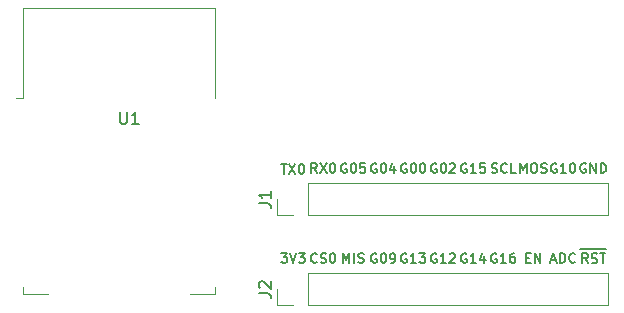
<source format=gbr>
G04 #@! TF.GenerationSoftware,KiCad,Pcbnew,5.0.2+dfsg1-1*
G04 #@! TF.CreationDate,2021-01-06T22:48:14+01:00*
G04 #@! TF.ProjectId,esp_12e_proto_board,6573705f-3132-4655-9f70-726f746f5f62,B*
G04 #@! TF.SameCoordinates,Original*
G04 #@! TF.FileFunction,Legend,Top*
G04 #@! TF.FilePolarity,Positive*
%FSLAX46Y46*%
G04 Gerber Fmt 4.6, Leading zero omitted, Abs format (unit mm)*
G04 Created by KiCad (PCBNEW 5.0.2+dfsg1-1) date Wed 06 Jan 2021 10:48:14 PM CET*
%MOMM*%
%LPD*%
G01*
G04 APERTURE LIST*
%ADD10C,0.160000*%
%ADD11C,0.120000*%
%ADD12C,0.150000*%
G04 APERTURE END LIST*
D10*
X170865238Y-97325400D02*
X170787142Y-97286352D01*
X170670000Y-97286352D01*
X170552857Y-97325400D01*
X170474761Y-97403495D01*
X170435714Y-97481590D01*
X170396666Y-97637780D01*
X170396666Y-97754923D01*
X170435714Y-97911114D01*
X170474761Y-97989209D01*
X170552857Y-98067304D01*
X170670000Y-98106352D01*
X170748095Y-98106352D01*
X170865238Y-98067304D01*
X170904285Y-98028257D01*
X170904285Y-97754923D01*
X170748095Y-97754923D01*
X171255714Y-98106352D02*
X171255714Y-97286352D01*
X171724285Y-98106352D01*
X171724285Y-97286352D01*
X172114761Y-98106352D02*
X172114761Y-97286352D01*
X172310000Y-97286352D01*
X172427142Y-97325400D01*
X172505238Y-97403495D01*
X172544285Y-97481590D01*
X172583333Y-97637780D01*
X172583333Y-97754923D01*
X172544285Y-97911114D01*
X172505238Y-97989209D01*
X172427142Y-98067304D01*
X172310000Y-98106352D01*
X172114761Y-98106352D01*
X168383809Y-97325400D02*
X168305714Y-97286352D01*
X168188571Y-97286352D01*
X168071428Y-97325400D01*
X167993333Y-97403495D01*
X167954285Y-97481590D01*
X167915238Y-97637780D01*
X167915238Y-97754923D01*
X167954285Y-97911114D01*
X167993333Y-97989209D01*
X168071428Y-98067304D01*
X168188571Y-98106352D01*
X168266666Y-98106352D01*
X168383809Y-98067304D01*
X168422857Y-98028257D01*
X168422857Y-97754923D01*
X168266666Y-97754923D01*
X169203809Y-98106352D02*
X168735238Y-98106352D01*
X168969523Y-98106352D02*
X168969523Y-97286352D01*
X168891428Y-97403495D01*
X168813333Y-97481590D01*
X168735238Y-97520638D01*
X169711428Y-97286352D02*
X169789523Y-97286352D01*
X169867619Y-97325400D01*
X169906666Y-97364447D01*
X169945714Y-97442542D01*
X169984761Y-97598733D01*
X169984761Y-97793971D01*
X169945714Y-97950161D01*
X169906666Y-98028257D01*
X169867619Y-98067304D01*
X169789523Y-98106352D01*
X169711428Y-98106352D01*
X169633333Y-98067304D01*
X169594285Y-98028257D01*
X169555238Y-97950161D01*
X169516190Y-97793971D01*
X169516190Y-97598733D01*
X169555238Y-97442542D01*
X169594285Y-97364447D01*
X169633333Y-97325400D01*
X169711428Y-97286352D01*
X165316666Y-98106352D02*
X165316666Y-97286352D01*
X165590000Y-97872066D01*
X165863333Y-97286352D01*
X165863333Y-98106352D01*
X166410000Y-97286352D02*
X166566190Y-97286352D01*
X166644285Y-97325400D01*
X166722380Y-97403495D01*
X166761428Y-97559685D01*
X166761428Y-97833019D01*
X166722380Y-97989209D01*
X166644285Y-98067304D01*
X166566190Y-98106352D01*
X166410000Y-98106352D01*
X166331904Y-98067304D01*
X166253809Y-97989209D01*
X166214761Y-97833019D01*
X166214761Y-97559685D01*
X166253809Y-97403495D01*
X166331904Y-97325400D01*
X166410000Y-97286352D01*
X167073809Y-98067304D02*
X167190952Y-98106352D01*
X167386190Y-98106352D01*
X167464285Y-98067304D01*
X167503333Y-98028257D01*
X167542380Y-97950161D01*
X167542380Y-97872066D01*
X167503333Y-97793971D01*
X167464285Y-97754923D01*
X167386190Y-97715876D01*
X167230000Y-97676828D01*
X167151904Y-97637780D01*
X167112857Y-97598733D01*
X167073809Y-97520638D01*
X167073809Y-97442542D01*
X167112857Y-97364447D01*
X167151904Y-97325400D01*
X167230000Y-97286352D01*
X167425238Y-97286352D01*
X167542380Y-97325400D01*
X162893809Y-98067304D02*
X163010952Y-98106352D01*
X163206190Y-98106352D01*
X163284285Y-98067304D01*
X163323333Y-98028257D01*
X163362380Y-97950161D01*
X163362380Y-97872066D01*
X163323333Y-97793971D01*
X163284285Y-97754923D01*
X163206190Y-97715876D01*
X163050000Y-97676828D01*
X162971904Y-97637780D01*
X162932857Y-97598733D01*
X162893809Y-97520638D01*
X162893809Y-97442542D01*
X162932857Y-97364447D01*
X162971904Y-97325400D01*
X163050000Y-97286352D01*
X163245238Y-97286352D01*
X163362380Y-97325400D01*
X164182380Y-98028257D02*
X164143333Y-98067304D01*
X164026190Y-98106352D01*
X163948095Y-98106352D01*
X163830952Y-98067304D01*
X163752857Y-97989209D01*
X163713809Y-97911114D01*
X163674761Y-97754923D01*
X163674761Y-97637780D01*
X163713809Y-97481590D01*
X163752857Y-97403495D01*
X163830952Y-97325400D01*
X163948095Y-97286352D01*
X164026190Y-97286352D01*
X164143333Y-97325400D01*
X164182380Y-97364447D01*
X164924285Y-98106352D02*
X164533809Y-98106352D01*
X164533809Y-97286352D01*
X160763809Y-97325400D02*
X160685714Y-97286352D01*
X160568571Y-97286352D01*
X160451428Y-97325400D01*
X160373333Y-97403495D01*
X160334285Y-97481590D01*
X160295238Y-97637780D01*
X160295238Y-97754923D01*
X160334285Y-97911114D01*
X160373333Y-97989209D01*
X160451428Y-98067304D01*
X160568571Y-98106352D01*
X160646666Y-98106352D01*
X160763809Y-98067304D01*
X160802857Y-98028257D01*
X160802857Y-97754923D01*
X160646666Y-97754923D01*
X161583809Y-98106352D02*
X161115238Y-98106352D01*
X161349523Y-98106352D02*
X161349523Y-97286352D01*
X161271428Y-97403495D01*
X161193333Y-97481590D01*
X161115238Y-97520638D01*
X162325714Y-97286352D02*
X161935238Y-97286352D01*
X161896190Y-97676828D01*
X161935238Y-97637780D01*
X162013333Y-97598733D01*
X162208571Y-97598733D01*
X162286666Y-97637780D01*
X162325714Y-97676828D01*
X162364761Y-97754923D01*
X162364761Y-97950161D01*
X162325714Y-98028257D01*
X162286666Y-98067304D01*
X162208571Y-98106352D01*
X162013333Y-98106352D01*
X161935238Y-98067304D01*
X161896190Y-98028257D01*
X158223809Y-97325400D02*
X158145714Y-97286352D01*
X158028571Y-97286352D01*
X157911428Y-97325400D01*
X157833333Y-97403495D01*
X157794285Y-97481590D01*
X157755238Y-97637780D01*
X157755238Y-97754923D01*
X157794285Y-97911114D01*
X157833333Y-97989209D01*
X157911428Y-98067304D01*
X158028571Y-98106352D01*
X158106666Y-98106352D01*
X158223809Y-98067304D01*
X158262857Y-98028257D01*
X158262857Y-97754923D01*
X158106666Y-97754923D01*
X158770476Y-97286352D02*
X158848571Y-97286352D01*
X158926666Y-97325400D01*
X158965714Y-97364447D01*
X159004761Y-97442542D01*
X159043809Y-97598733D01*
X159043809Y-97793971D01*
X159004761Y-97950161D01*
X158965714Y-98028257D01*
X158926666Y-98067304D01*
X158848571Y-98106352D01*
X158770476Y-98106352D01*
X158692380Y-98067304D01*
X158653333Y-98028257D01*
X158614285Y-97950161D01*
X158575238Y-97793971D01*
X158575238Y-97598733D01*
X158614285Y-97442542D01*
X158653333Y-97364447D01*
X158692380Y-97325400D01*
X158770476Y-97286352D01*
X159356190Y-97364447D02*
X159395238Y-97325400D01*
X159473333Y-97286352D01*
X159668571Y-97286352D01*
X159746666Y-97325400D01*
X159785714Y-97364447D01*
X159824761Y-97442542D01*
X159824761Y-97520638D01*
X159785714Y-97637780D01*
X159317142Y-98106352D01*
X159824761Y-98106352D01*
X155683809Y-97325400D02*
X155605714Y-97286352D01*
X155488571Y-97286352D01*
X155371428Y-97325400D01*
X155293333Y-97403495D01*
X155254285Y-97481590D01*
X155215238Y-97637780D01*
X155215238Y-97754923D01*
X155254285Y-97911114D01*
X155293333Y-97989209D01*
X155371428Y-98067304D01*
X155488571Y-98106352D01*
X155566666Y-98106352D01*
X155683809Y-98067304D01*
X155722857Y-98028257D01*
X155722857Y-97754923D01*
X155566666Y-97754923D01*
X156230476Y-97286352D02*
X156308571Y-97286352D01*
X156386666Y-97325400D01*
X156425714Y-97364447D01*
X156464761Y-97442542D01*
X156503809Y-97598733D01*
X156503809Y-97793971D01*
X156464761Y-97950161D01*
X156425714Y-98028257D01*
X156386666Y-98067304D01*
X156308571Y-98106352D01*
X156230476Y-98106352D01*
X156152380Y-98067304D01*
X156113333Y-98028257D01*
X156074285Y-97950161D01*
X156035238Y-97793971D01*
X156035238Y-97598733D01*
X156074285Y-97442542D01*
X156113333Y-97364447D01*
X156152380Y-97325400D01*
X156230476Y-97286352D01*
X157011428Y-97286352D02*
X157089523Y-97286352D01*
X157167619Y-97325400D01*
X157206666Y-97364447D01*
X157245714Y-97442542D01*
X157284761Y-97598733D01*
X157284761Y-97793971D01*
X157245714Y-97950161D01*
X157206666Y-98028257D01*
X157167619Y-98067304D01*
X157089523Y-98106352D01*
X157011428Y-98106352D01*
X156933333Y-98067304D01*
X156894285Y-98028257D01*
X156855238Y-97950161D01*
X156816190Y-97793971D01*
X156816190Y-97598733D01*
X156855238Y-97442542D01*
X156894285Y-97364447D01*
X156933333Y-97325400D01*
X157011428Y-97286352D01*
X153143809Y-97325400D02*
X153065714Y-97286352D01*
X152948571Y-97286352D01*
X152831428Y-97325400D01*
X152753333Y-97403495D01*
X152714285Y-97481590D01*
X152675238Y-97637780D01*
X152675238Y-97754923D01*
X152714285Y-97911114D01*
X152753333Y-97989209D01*
X152831428Y-98067304D01*
X152948571Y-98106352D01*
X153026666Y-98106352D01*
X153143809Y-98067304D01*
X153182857Y-98028257D01*
X153182857Y-97754923D01*
X153026666Y-97754923D01*
X153690476Y-97286352D02*
X153768571Y-97286352D01*
X153846666Y-97325400D01*
X153885714Y-97364447D01*
X153924761Y-97442542D01*
X153963809Y-97598733D01*
X153963809Y-97793971D01*
X153924761Y-97950161D01*
X153885714Y-98028257D01*
X153846666Y-98067304D01*
X153768571Y-98106352D01*
X153690476Y-98106352D01*
X153612380Y-98067304D01*
X153573333Y-98028257D01*
X153534285Y-97950161D01*
X153495238Y-97793971D01*
X153495238Y-97598733D01*
X153534285Y-97442542D01*
X153573333Y-97364447D01*
X153612380Y-97325400D01*
X153690476Y-97286352D01*
X154666666Y-97559685D02*
X154666666Y-98106352D01*
X154471428Y-97247304D02*
X154276190Y-97833019D01*
X154783809Y-97833019D01*
X150603809Y-97325400D02*
X150525714Y-97286352D01*
X150408571Y-97286352D01*
X150291428Y-97325400D01*
X150213333Y-97403495D01*
X150174285Y-97481590D01*
X150135238Y-97637780D01*
X150135238Y-97754923D01*
X150174285Y-97911114D01*
X150213333Y-97989209D01*
X150291428Y-98067304D01*
X150408571Y-98106352D01*
X150486666Y-98106352D01*
X150603809Y-98067304D01*
X150642857Y-98028257D01*
X150642857Y-97754923D01*
X150486666Y-97754923D01*
X151150476Y-97286352D02*
X151228571Y-97286352D01*
X151306666Y-97325400D01*
X151345714Y-97364447D01*
X151384761Y-97442542D01*
X151423809Y-97598733D01*
X151423809Y-97793971D01*
X151384761Y-97950161D01*
X151345714Y-98028257D01*
X151306666Y-98067304D01*
X151228571Y-98106352D01*
X151150476Y-98106352D01*
X151072380Y-98067304D01*
X151033333Y-98028257D01*
X150994285Y-97950161D01*
X150955238Y-97793971D01*
X150955238Y-97598733D01*
X150994285Y-97442542D01*
X151033333Y-97364447D01*
X151072380Y-97325400D01*
X151150476Y-97286352D01*
X152165714Y-97286352D02*
X151775238Y-97286352D01*
X151736190Y-97676828D01*
X151775238Y-97637780D01*
X151853333Y-97598733D01*
X152048571Y-97598733D01*
X152126666Y-97637780D01*
X152165714Y-97676828D01*
X152204761Y-97754923D01*
X152204761Y-97950161D01*
X152165714Y-98028257D01*
X152126666Y-98067304D01*
X152048571Y-98106352D01*
X151853333Y-98106352D01*
X151775238Y-98067304D01*
X151736190Y-98028257D01*
X148102857Y-98106352D02*
X147829523Y-97715876D01*
X147634285Y-98106352D02*
X147634285Y-97286352D01*
X147946666Y-97286352D01*
X148024761Y-97325400D01*
X148063809Y-97364447D01*
X148102857Y-97442542D01*
X148102857Y-97559685D01*
X148063809Y-97637780D01*
X148024761Y-97676828D01*
X147946666Y-97715876D01*
X147634285Y-97715876D01*
X148376190Y-97286352D02*
X148922857Y-98106352D01*
X148922857Y-97286352D02*
X148376190Y-98106352D01*
X149391428Y-97286352D02*
X149469523Y-97286352D01*
X149547619Y-97325400D01*
X149586666Y-97364447D01*
X149625714Y-97442542D01*
X149664761Y-97598733D01*
X149664761Y-97793971D01*
X149625714Y-97950161D01*
X149586666Y-98028257D01*
X149547619Y-98067304D01*
X149469523Y-98106352D01*
X149391428Y-98106352D01*
X149313333Y-98067304D01*
X149274285Y-98028257D01*
X149235238Y-97950161D01*
X149196190Y-97793971D01*
X149196190Y-97598733D01*
X149235238Y-97442542D01*
X149274285Y-97364447D01*
X149313333Y-97325400D01*
X149391428Y-97286352D01*
X145074761Y-97350952D02*
X145543333Y-97350952D01*
X145309047Y-98170952D02*
X145309047Y-97350952D01*
X145738571Y-97350952D02*
X146285238Y-98170952D01*
X146285238Y-97350952D02*
X145738571Y-98170952D01*
X146753809Y-97350952D02*
X146831904Y-97350952D01*
X146910000Y-97390000D01*
X146949047Y-97429047D01*
X146988095Y-97507142D01*
X147027142Y-97663333D01*
X147027142Y-97858571D01*
X146988095Y-98014761D01*
X146949047Y-98092857D01*
X146910000Y-98131904D01*
X146831904Y-98170952D01*
X146753809Y-98170952D01*
X146675714Y-98131904D01*
X146636666Y-98092857D01*
X146597619Y-98014761D01*
X146558571Y-97858571D01*
X146558571Y-97663333D01*
X146597619Y-97507142D01*
X146636666Y-97429047D01*
X146675714Y-97390000D01*
X146753809Y-97350952D01*
X170377142Y-104575700D02*
X171197142Y-104575700D01*
X171040952Y-105745052D02*
X170767619Y-105354576D01*
X170572380Y-105745052D02*
X170572380Y-104925052D01*
X170884761Y-104925052D01*
X170962857Y-104964100D01*
X171001904Y-105003147D01*
X171040952Y-105081242D01*
X171040952Y-105198385D01*
X171001904Y-105276480D01*
X170962857Y-105315528D01*
X170884761Y-105354576D01*
X170572380Y-105354576D01*
X171197142Y-104575700D02*
X171978095Y-104575700D01*
X171353333Y-105706004D02*
X171470476Y-105745052D01*
X171665714Y-105745052D01*
X171743809Y-105706004D01*
X171782857Y-105666957D01*
X171821904Y-105588861D01*
X171821904Y-105510766D01*
X171782857Y-105432671D01*
X171743809Y-105393623D01*
X171665714Y-105354576D01*
X171509523Y-105315528D01*
X171431428Y-105276480D01*
X171392380Y-105237433D01*
X171353333Y-105159338D01*
X171353333Y-105081242D01*
X171392380Y-105003147D01*
X171431428Y-104964100D01*
X171509523Y-104925052D01*
X171704761Y-104925052D01*
X171821904Y-104964100D01*
X171978095Y-104575700D02*
X172602857Y-104575700D01*
X172056190Y-104925052D02*
X172524761Y-104925052D01*
X172290476Y-105745052D02*
X172290476Y-104925052D01*
X167934761Y-105492066D02*
X168325238Y-105492066D01*
X167856666Y-105726352D02*
X168130000Y-104906352D01*
X168403333Y-105726352D01*
X168676666Y-105726352D02*
X168676666Y-104906352D01*
X168871904Y-104906352D01*
X168989047Y-104945400D01*
X169067142Y-105023495D01*
X169106190Y-105101590D01*
X169145238Y-105257780D01*
X169145238Y-105374923D01*
X169106190Y-105531114D01*
X169067142Y-105609209D01*
X168989047Y-105687304D01*
X168871904Y-105726352D01*
X168676666Y-105726352D01*
X169965238Y-105648257D02*
X169926190Y-105687304D01*
X169809047Y-105726352D01*
X169730952Y-105726352D01*
X169613809Y-105687304D01*
X169535714Y-105609209D01*
X169496666Y-105531114D01*
X169457619Y-105374923D01*
X169457619Y-105257780D01*
X169496666Y-105101590D01*
X169535714Y-105023495D01*
X169613809Y-104945400D01*
X169730952Y-104906352D01*
X169809047Y-104906352D01*
X169926190Y-104945400D01*
X169965238Y-104984447D01*
X165804761Y-105296828D02*
X166078095Y-105296828D01*
X166195238Y-105726352D02*
X165804761Y-105726352D01*
X165804761Y-104906352D01*
X166195238Y-104906352D01*
X166546666Y-105726352D02*
X166546666Y-104906352D01*
X167015238Y-105726352D01*
X167015238Y-104906352D01*
X163303809Y-104945400D02*
X163225714Y-104906352D01*
X163108571Y-104906352D01*
X162991428Y-104945400D01*
X162913333Y-105023495D01*
X162874285Y-105101590D01*
X162835238Y-105257780D01*
X162835238Y-105374923D01*
X162874285Y-105531114D01*
X162913333Y-105609209D01*
X162991428Y-105687304D01*
X163108571Y-105726352D01*
X163186666Y-105726352D01*
X163303809Y-105687304D01*
X163342857Y-105648257D01*
X163342857Y-105374923D01*
X163186666Y-105374923D01*
X164123809Y-105726352D02*
X163655238Y-105726352D01*
X163889523Y-105726352D02*
X163889523Y-104906352D01*
X163811428Y-105023495D01*
X163733333Y-105101590D01*
X163655238Y-105140638D01*
X164826666Y-104906352D02*
X164670476Y-104906352D01*
X164592380Y-104945400D01*
X164553333Y-104984447D01*
X164475238Y-105101590D01*
X164436190Y-105257780D01*
X164436190Y-105570161D01*
X164475238Y-105648257D01*
X164514285Y-105687304D01*
X164592380Y-105726352D01*
X164748571Y-105726352D01*
X164826666Y-105687304D01*
X164865714Y-105648257D01*
X164904761Y-105570161D01*
X164904761Y-105374923D01*
X164865714Y-105296828D01*
X164826666Y-105257780D01*
X164748571Y-105218733D01*
X164592380Y-105218733D01*
X164514285Y-105257780D01*
X164475238Y-105296828D01*
X164436190Y-105374923D01*
X160763809Y-104945400D02*
X160685714Y-104906352D01*
X160568571Y-104906352D01*
X160451428Y-104945400D01*
X160373333Y-105023495D01*
X160334285Y-105101590D01*
X160295238Y-105257780D01*
X160295238Y-105374923D01*
X160334285Y-105531114D01*
X160373333Y-105609209D01*
X160451428Y-105687304D01*
X160568571Y-105726352D01*
X160646666Y-105726352D01*
X160763809Y-105687304D01*
X160802857Y-105648257D01*
X160802857Y-105374923D01*
X160646666Y-105374923D01*
X161583809Y-105726352D02*
X161115238Y-105726352D01*
X161349523Y-105726352D02*
X161349523Y-104906352D01*
X161271428Y-105023495D01*
X161193333Y-105101590D01*
X161115238Y-105140638D01*
X162286666Y-105179685D02*
X162286666Y-105726352D01*
X162091428Y-104867304D02*
X161896190Y-105453019D01*
X162403809Y-105453019D01*
X158223809Y-104945400D02*
X158145714Y-104906352D01*
X158028571Y-104906352D01*
X157911428Y-104945400D01*
X157833333Y-105023495D01*
X157794285Y-105101590D01*
X157755238Y-105257780D01*
X157755238Y-105374923D01*
X157794285Y-105531114D01*
X157833333Y-105609209D01*
X157911428Y-105687304D01*
X158028571Y-105726352D01*
X158106666Y-105726352D01*
X158223809Y-105687304D01*
X158262857Y-105648257D01*
X158262857Y-105374923D01*
X158106666Y-105374923D01*
X159043809Y-105726352D02*
X158575238Y-105726352D01*
X158809523Y-105726352D02*
X158809523Y-104906352D01*
X158731428Y-105023495D01*
X158653333Y-105101590D01*
X158575238Y-105140638D01*
X159356190Y-104984447D02*
X159395238Y-104945400D01*
X159473333Y-104906352D01*
X159668571Y-104906352D01*
X159746666Y-104945400D01*
X159785714Y-104984447D01*
X159824761Y-105062542D01*
X159824761Y-105140638D01*
X159785714Y-105257780D01*
X159317142Y-105726352D01*
X159824761Y-105726352D01*
X155683809Y-104945400D02*
X155605714Y-104906352D01*
X155488571Y-104906352D01*
X155371428Y-104945400D01*
X155293333Y-105023495D01*
X155254285Y-105101590D01*
X155215238Y-105257780D01*
X155215238Y-105374923D01*
X155254285Y-105531114D01*
X155293333Y-105609209D01*
X155371428Y-105687304D01*
X155488571Y-105726352D01*
X155566666Y-105726352D01*
X155683809Y-105687304D01*
X155722857Y-105648257D01*
X155722857Y-105374923D01*
X155566666Y-105374923D01*
X156503809Y-105726352D02*
X156035238Y-105726352D01*
X156269523Y-105726352D02*
X156269523Y-104906352D01*
X156191428Y-105023495D01*
X156113333Y-105101590D01*
X156035238Y-105140638D01*
X156777142Y-104906352D02*
X157284761Y-104906352D01*
X157011428Y-105218733D01*
X157128571Y-105218733D01*
X157206666Y-105257780D01*
X157245714Y-105296828D01*
X157284761Y-105374923D01*
X157284761Y-105570161D01*
X157245714Y-105648257D01*
X157206666Y-105687304D01*
X157128571Y-105726352D01*
X156894285Y-105726352D01*
X156816190Y-105687304D01*
X156777142Y-105648257D01*
X153143809Y-104945400D02*
X153065714Y-104906352D01*
X152948571Y-104906352D01*
X152831428Y-104945400D01*
X152753333Y-105023495D01*
X152714285Y-105101590D01*
X152675238Y-105257780D01*
X152675238Y-105374923D01*
X152714285Y-105531114D01*
X152753333Y-105609209D01*
X152831428Y-105687304D01*
X152948571Y-105726352D01*
X153026666Y-105726352D01*
X153143809Y-105687304D01*
X153182857Y-105648257D01*
X153182857Y-105374923D01*
X153026666Y-105374923D01*
X153690476Y-104906352D02*
X153768571Y-104906352D01*
X153846666Y-104945400D01*
X153885714Y-104984447D01*
X153924761Y-105062542D01*
X153963809Y-105218733D01*
X153963809Y-105413971D01*
X153924761Y-105570161D01*
X153885714Y-105648257D01*
X153846666Y-105687304D01*
X153768571Y-105726352D01*
X153690476Y-105726352D01*
X153612380Y-105687304D01*
X153573333Y-105648257D01*
X153534285Y-105570161D01*
X153495238Y-105413971D01*
X153495238Y-105218733D01*
X153534285Y-105062542D01*
X153573333Y-104984447D01*
X153612380Y-104945400D01*
X153690476Y-104906352D01*
X154354285Y-105726352D02*
X154510476Y-105726352D01*
X154588571Y-105687304D01*
X154627619Y-105648257D01*
X154705714Y-105531114D01*
X154744761Y-105374923D01*
X154744761Y-105062542D01*
X154705714Y-104984447D01*
X154666666Y-104945400D01*
X154588571Y-104906352D01*
X154432380Y-104906352D01*
X154354285Y-104945400D01*
X154315238Y-104984447D01*
X154276190Y-105062542D01*
X154276190Y-105257780D01*
X154315238Y-105335876D01*
X154354285Y-105374923D01*
X154432380Y-105413971D01*
X154588571Y-105413971D01*
X154666666Y-105374923D01*
X154705714Y-105335876D01*
X154744761Y-105257780D01*
X150310952Y-105726352D02*
X150310952Y-104906352D01*
X150584285Y-105492066D01*
X150857619Y-104906352D01*
X150857619Y-105726352D01*
X151248095Y-105726352D02*
X151248095Y-104906352D01*
X151599523Y-105687304D02*
X151716666Y-105726352D01*
X151911904Y-105726352D01*
X151990000Y-105687304D01*
X152029047Y-105648257D01*
X152068095Y-105570161D01*
X152068095Y-105492066D01*
X152029047Y-105413971D01*
X151990000Y-105374923D01*
X151911904Y-105335876D01*
X151755714Y-105296828D01*
X151677619Y-105257780D01*
X151638571Y-105218733D01*
X151599523Y-105140638D01*
X151599523Y-105062542D01*
X151638571Y-104984447D01*
X151677619Y-104945400D01*
X151755714Y-104906352D01*
X151950952Y-104906352D01*
X152068095Y-104945400D01*
X148102857Y-105648257D02*
X148063809Y-105687304D01*
X147946666Y-105726352D01*
X147868571Y-105726352D01*
X147751428Y-105687304D01*
X147673333Y-105609209D01*
X147634285Y-105531114D01*
X147595238Y-105374923D01*
X147595238Y-105257780D01*
X147634285Y-105101590D01*
X147673333Y-105023495D01*
X147751428Y-104945400D01*
X147868571Y-104906352D01*
X147946666Y-104906352D01*
X148063809Y-104945400D01*
X148102857Y-104984447D01*
X148415238Y-105687304D02*
X148532380Y-105726352D01*
X148727619Y-105726352D01*
X148805714Y-105687304D01*
X148844761Y-105648257D01*
X148883809Y-105570161D01*
X148883809Y-105492066D01*
X148844761Y-105413971D01*
X148805714Y-105374923D01*
X148727619Y-105335876D01*
X148571428Y-105296828D01*
X148493333Y-105257780D01*
X148454285Y-105218733D01*
X148415238Y-105140638D01*
X148415238Y-105062542D01*
X148454285Y-104984447D01*
X148493333Y-104945400D01*
X148571428Y-104906352D01*
X148766666Y-104906352D01*
X148883809Y-104945400D01*
X149391428Y-104906352D02*
X149469523Y-104906352D01*
X149547619Y-104945400D01*
X149586666Y-104984447D01*
X149625714Y-105062542D01*
X149664761Y-105218733D01*
X149664761Y-105413971D01*
X149625714Y-105570161D01*
X149586666Y-105648257D01*
X149547619Y-105687304D01*
X149469523Y-105726352D01*
X149391428Y-105726352D01*
X149313333Y-105687304D01*
X149274285Y-105648257D01*
X149235238Y-105570161D01*
X149196190Y-105413971D01*
X149196190Y-105218733D01*
X149235238Y-105062542D01*
X149274285Y-104984447D01*
X149313333Y-104945400D01*
X149391428Y-104906352D01*
X145074761Y-104906352D02*
X145582380Y-104906352D01*
X145309047Y-105218733D01*
X145426190Y-105218733D01*
X145504285Y-105257780D01*
X145543333Y-105296828D01*
X145582380Y-105374923D01*
X145582380Y-105570161D01*
X145543333Y-105648257D01*
X145504285Y-105687304D01*
X145426190Y-105726352D01*
X145191904Y-105726352D01*
X145113809Y-105687304D01*
X145074761Y-105648257D01*
X145816666Y-104906352D02*
X146090000Y-105726352D01*
X146363333Y-104906352D01*
X146558571Y-104906352D02*
X147066190Y-104906352D01*
X146792857Y-105218733D01*
X146910000Y-105218733D01*
X146988095Y-105257780D01*
X147027142Y-105296828D01*
X147066190Y-105374923D01*
X147066190Y-105570161D01*
X147027142Y-105648257D01*
X146988095Y-105687304D01*
X146910000Y-105726352D01*
X146675714Y-105726352D01*
X146597619Y-105687304D01*
X146558571Y-105648257D01*
D11*
G04 #@! TO.C,U1*
X123198000Y-84146000D02*
X139438000Y-84146000D01*
X139438000Y-84146000D02*
X139438000Y-91766000D01*
X139438000Y-107766000D02*
X139438000Y-108386000D01*
X139438000Y-108386000D02*
X137318000Y-108386000D01*
X125318000Y-108386000D02*
X123198000Y-108386000D01*
X123198000Y-108386000D02*
X123198000Y-107766000D01*
X123198000Y-91766000D02*
X123198000Y-84146000D01*
X123198000Y-91766000D02*
X122588000Y-91766000D01*
G04 #@! TO.C,J1*
X144720000Y-101660000D02*
X144720000Y-100330000D01*
X146050000Y-101660000D02*
X144720000Y-101660000D01*
X147320000Y-101660000D02*
X147320000Y-99000000D01*
X147320000Y-99000000D02*
X172780000Y-99000000D01*
X147320000Y-101660000D02*
X172780000Y-101660000D01*
X172780000Y-101660000D02*
X172780000Y-99000000D01*
G04 #@! TO.C,J2*
X172780000Y-109280000D02*
X172780000Y-106620000D01*
X147320000Y-109280000D02*
X172780000Y-109280000D01*
X147320000Y-106620000D02*
X172780000Y-106620000D01*
X147320000Y-109280000D02*
X147320000Y-106620000D01*
X146050000Y-109280000D02*
X144720000Y-109280000D01*
X144720000Y-109280000D02*
X144720000Y-107950000D01*
G04 #@! TO.C,U1*
D12*
X131438095Y-92952380D02*
X131438095Y-93761904D01*
X131485714Y-93857142D01*
X131533333Y-93904761D01*
X131628571Y-93952380D01*
X131819047Y-93952380D01*
X131914285Y-93904761D01*
X131961904Y-93857142D01*
X132009523Y-93761904D01*
X132009523Y-92952380D01*
X133009523Y-93952380D02*
X132438095Y-93952380D01*
X132723809Y-93952380D02*
X132723809Y-92952380D01*
X132628571Y-93095238D01*
X132533333Y-93190476D01*
X132438095Y-93238095D01*
G04 #@! TO.C,J1*
X143172380Y-100663333D02*
X143886666Y-100663333D01*
X144029523Y-100710952D01*
X144124761Y-100806190D01*
X144172380Y-100949047D01*
X144172380Y-101044285D01*
X144172380Y-99663333D02*
X144172380Y-100234761D01*
X144172380Y-99949047D02*
X143172380Y-99949047D01*
X143315238Y-100044285D01*
X143410476Y-100139523D01*
X143458095Y-100234761D01*
G04 #@! TO.C,J2*
X143172380Y-108283333D02*
X143886666Y-108283333D01*
X144029523Y-108330952D01*
X144124761Y-108426190D01*
X144172380Y-108569047D01*
X144172380Y-108664285D01*
X143267619Y-107854761D02*
X143220000Y-107807142D01*
X143172380Y-107711904D01*
X143172380Y-107473809D01*
X143220000Y-107378571D01*
X143267619Y-107330952D01*
X143362857Y-107283333D01*
X143458095Y-107283333D01*
X143600952Y-107330952D01*
X144172380Y-107902380D01*
X144172380Y-107283333D01*
G04 #@! TD*
M02*

</source>
